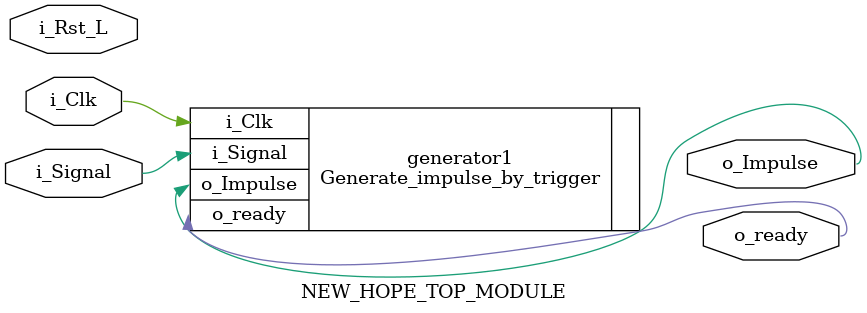
<source format=v>
`timescale 1ns / 1ps
module NEW_HOPE_TOP_MODULE(
	input i_Clk,
	input i_Rst_L,
	input i_Signal,
	
	output o_Impulse,
	output o_ready
    );

	 Generate_impulse_by_trigger generator1(
		.i_Clk(i_Clk),
		.i_Signal(i_Signal),
		.o_Impulse(o_Impulse),
		.o_ready(o_ready)
	 );

endmodule

</source>
